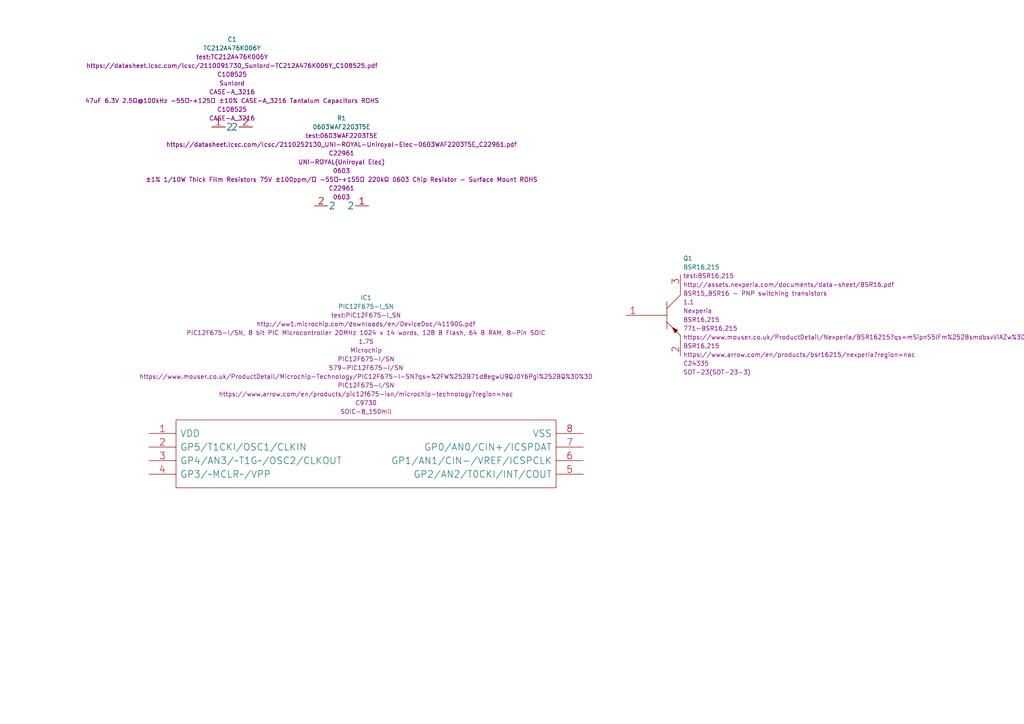
<source format=kicad_sch>
(kicad_sch (version 20211123) (generator eeschema)
  (paper "A4")
  (lib_symbols
    (symbol "test:0603WAF2203T5E" (pin_names (offset 0.1969))
      (property "Reference" "R" (at 0 3.937 0))
      (property "Value" "0603WAF2203T5E" (at 0 -3.937 0))
      (property "Footprint" "test:0603WAF2203T5E" (at 0 3.937 9))
      (property "Datasheet" "https://datasheet.lcsc.com/lcsc/2110252130_UNI-ROYAL-Uniroyal-Elec-0603WAF2203T5E_C22961.pdf" (at 0 3.937 9))
      (property "LCSC Part Number" "C22961" (at 0 3.937 9))
      (property "Manufacturer" "UNI-ROYAL(Uniroyal Elec)" (at 0 3.937 9))
      (property "Package" "0603" (at 0 3.937 9))
      (property "Description" "±1% 1/10W Thick Film Resistors 75V ±100ppm/℃ -55℃~+155℃ 220kΩ 0603 Chip Resistor - Surface Mount ROHS" (at 0 3.937 9))
      (property "LCSC Part Number_1" "C22961" (at 120.0787 -27.5591 0))
      (property "Package_1" "0603" (at 120.0787 -27.5591 9))
      (symbol "0603WAF2203T5E_1_1"
        (pin unspecified line (at 7.874 0 180) (length 3.937) (name "2") (number "1"))
        (pin unspecified line (at -7.874 0 0) (length 3.937) (name "2") (number "2"))
      )
    )
    (symbol "test:BSR16,215" (pin_names (offset 1.1811))
      (property "Reference" "Q" (at 21.6535 1.9685 0))
      (property "Value" "BSR16,215" (at 21.6535 -1.9685 0))
      (property "Footprint" "test:BSR16,215" (at 21.6535 -5.9055 0))
      (property "Datasheet" "http://assets.nexperia.com/documents/data-sheet/BSR16.pdf" (at 21.6535 -9.8425 0))
      (property "Description" "BSR15_BSR16 - PNP switching transistors" (at 21.6535 -13.7795 0))
      (property "Height" "1.1" (at 21.6535 -17.7165 0))
      (property "Manufacturer_Name" "Nexperia" (at 21.6535 -21.6535 0))
      (property "Manufacturer_Part_Number" "BSR16,215" (at 21.6535 -25.5906 0))
      (property "Mouser Part Number" "771-BSR16,215" (at 21.6535 -29.5276 0))
      (property "Mouser Price/Stock" "https://www.mouser.co.uk/ProductDetail/Nexperia/BSR16215?qs=mSipnS5lFm%252BsmdbsvViAZw%3D%3D" (at 21.6535 -33.4646 0))
      (property "Arrow Part Number" "BSR16,215" (at 21.6535 -37.4016 0))
      (property "Arrow Price/Stock" "https://www.arrow.com/en/products/bsr16215/nexperia?region=nac" (at 21.6535 -41.3386 0))
      (property "LCSC Part Number" "C24335" (at 120.0787 -27.5591 0))
      (property "Package" "SOT-23(SOT-23-3)" (at 120.0787 -27.5591 9))
      (symbol "BSR16,215_0_0"
        (pin passive line (at 0 0 0) (length 3.937) (name "~") (number "1"))
        (pin passive line (at 15.748 -11.811 90) (length 3.937) (name "~") (number "2"))
        (pin passive line (at 15.748 11.811 270) (length 3.937) (name "~") (number "3"))
      )
      (symbol "BSR16,215_0_1"
        (polyline (pts (xy 3.937 0) (xy 11.811 0)))
        (polyline (pts (xy 11.811 -1.9685) (xy 15.748 -5.9055)))
        (polyline (pts (xy 11.811 1.9685) (xy 15.748 5.9055)))
        (polyline (pts (xy 11.811 3.937) (xy 11.811 -3.937)))
        (polyline (pts (xy 15.748 -5.9055) (xy 15.748 -7.874)))
        (polyline (pts (xy 15.748 5.9055) (xy 15.748 7.874)))
        (polyline (pts (xy 14.9606 -4.3307) (xy 14.1732 -5.1181) (xy 13.3858 -3.5433) (xy 14.9606 -4.3307)) (fill (type outline)))
      )
    )
    (symbol "test:PIC12F675-I_SN" (pin_names (offset 1.1811))
      (property "Reference" "IC" (at 120.0787 11.811 0))
      (property "Value" "PIC12F675-I_SN" (at 120.0787 7.874 0))
      (property "Footprint" "test:PIC12F675-I_SN" (at 120.0787 3.937 0))
      (property "Datasheet" "http://ww1.microchip.com/downloads/en/DeviceDoc/41190G.pdf" (at 120.0787 0 0))
      (property "Description" "PIC12F675-I/SN, 8 bit PIC Microcontroller 20MHz 1024 x 14 words, 128 B Flash, 64 B RAM, 8-Pin SOIC" (at 120.0787 -3.937 0))
      (property "Height" "1.75" (at 120.0787 -7.874 0))
      (property "Manufacturer_Name" "Microchip" (at 120.0787 -11.811 0))
      (property "Manufacturer_Part_Number" "PIC12F675-I/SN" (at 120.0787 -15.748 0))
      (property "Mouser Part Number" "579-PIC12F675-I/SN" (at 120.0787 -19.685 0))
      (property "Mouser Price/Stock" "https://www.mouser.co.uk/ProductDetail/Microchip-Technology/PIC12F675-I-SN?qs=%2FW%252B71d8egwU9QJ0Y6Pgi%252BQ%3D%3D" (at 120.0787 -23.622 0))
      (property "Arrow Part Number" "PIC12F675-I/SN" (at 120.0787 -27.5591 0))
      (property "Arrow Price/Stock" "https://www.arrow.com/en/products/pic12f675-isn/microchip-technology?region=nac" (at 120.0787 -31.4961 0))
      (property "LCSC Part Number" "C9730" (at 120.0787 -27.5591 0))
      (property "Package" "SOIC-8_150mil" (at 120.0787 -27.5591 9))
      (symbol "PIC12F675-I_SN_0_0"
        (pin passive line (at 0 0 0) (length 7.874) (name "VDD") (number "1"))
        (pin passive line (at 0 -3.937 0) (length 7.874) (name "GP5/T1CKI/OSC1/CLKIN") (number "2"))
        (pin passive line (at 0 -7.874 0) (length 7.874) (name "GP4/AN3/~T1G~/OSC2/CLKOUT") (number "3"))
        (pin passive line (at 0 -11.811 0) (length 7.874) (name "GP3/~MCLR~/VPP") (number "4"))
        (pin passive line (at 125.9843 -11.811 180) (length 7.874) (name "GP2/AN2/T0CKI/INT/COUT") (number "5"))
        (pin passive line (at 125.9843 -7.874 180) (length 7.874) (name "GP1/AN1/CIN-/VREF/ICSPCLK") (number "6"))
        (pin passive line (at 125.9843 -3.937 180) (length 7.874) (name "GP0/AN0/CIN+/ICSPDAT") (number "7"))
        (pin passive line (at 125.9843 0 180) (length 7.874) (name "VSS") (number "8"))
      )
      (symbol "PIC12F675-I_SN_0_1"
        (polyline (pts (xy 7.874 3.937) (xy 118.1102 3.937) (xy 118.1102 -15.748) (xy 7.874 -15.748) (xy 7.874 3.937)))
      )
    )
    (symbol "test:TC212A476K006Y" (pin_names (offset 0.1969))
      (property "Reference" "C" (at 0 3.937 0))
      (property "Value" "TC212A476K006Y" (at 0 -3.937 0))
      (property "Footprint" "test:TC212A476K006Y" (at 0 3.937 9))
      (property "Datasheet" "https://datasheet.lcsc.com/lcsc/2110091730_Sunlord-TC212A476K006Y_C108525.pdf" (at 0 3.937 9))
      (property "LCSC Part Number" "C108525" (at 0 3.937 9))
      (property "Manufacturer" "Sunlord" (at 0 3.937 9))
      (property "Package" "CASE-A_3216" (at 0 3.937 9))
      (property "Description" "47uF 6.3V 2.5Ω@100kHz -55℃~+125℃ ±10% CASE-A_3216 Tantalum Capacitors ROHS" (at 0 3.937 9))
      (property "LCSC Part Number_1" "C108525" (at 120.0787 -27.5591 0))
      (property "Package_1" "CASE-A_3216" (at 120.0787 -27.5591 9))
      (symbol "TC212A476K006Y_1_1"
        (pin unspecified line (at -5.9055 0 0) (length 3.937) (name "2") (number "1"))
        (pin unspecified line (at 5.9055 0 180) (length 3.937) (name "2") (number "2"))
      )
    )
  )
  (symbol (lib_id "test:PIC12F675-I_SN") (at 43.18 125.73 0) (unit 1)
    (property "Reference" "IC1" (at 106.1721 86.36 0))
    (property "Value" "PIC12F675-I_SN" (at 106.1721 88.9 0))
    (property "Footprint" "test:PIC12F675-I_SN" (at 106.1721 91.44 0))
    (property "Datasheet" "http://ww1.microchip.com/downloads/en/DeviceDoc/41190G.pdf" (at 106.1721 93.98 0))
    (property "Description" "PIC12F675-I/SN, 8 bit PIC Microcontroller 20MHz 1024 x 14 words, 128 B Flash, 64 B RAM, 8-Pin SOIC" (at 106.1721 96.52 0))
    (property "Height" "1.75" (at 106.1721 99.06 0))
    (property "Manufacturer_Name" "Microchip" (at 106.1721 101.6 0))
    (property "Manufacturer_Part_Number" "PIC12F675-I/SN" (at 106.1721 104.14 0))
    (property "Mouser Part Number" "579-PIC12F675-I/SN" (at 106.1721 106.68 0))
    (property "Mouser Price/Stock" "https://www.mouser.co.uk/ProductDetail/Microchip-Technology/PIC12F675-I-SN?qs=%2FW%252B71d8egwU9QJ0Y6Pgi%252BQ%3D%3D" (at 106.1721 109.22 0))
    (property "Arrow Part Number" "PIC12F675-I/SN" (at 106.1721 111.76 0))
    (property "Arrow Price/Stock" "https://www.arrow.com/en/products/pic12f675-isn/microchip-technology?region=nac" (at 106.1721 114.3 0))
    (property "LCSC Part Number" "C9730" (at 106.1721 116.84 0))
    (property "Package" "SOIC-8_150mil" (at 106.1721 119.38 0))
  )
  (symbol (lib_id "test:TC212A476K006Y") (at 67.31 36.83 0) (unit 1)
    (property "Reference" "C1" (at 67.31 11.43 0))
    (property "Value" "TC212A476K006Y" (at 67.31 13.97 0))
    (property "Footprint" "test:TC212A476K006Y" (at 67.31 16.51 0))
    (property "Datasheet" "https://datasheet.lcsc.com/lcsc/2110091730_Sunlord-TC212A476K006Y_C108525.pdf" (at 67.31 19.05 0))
    (property "LCSC Part Number" "C108525" (at 67.31 21.59 0))
    (property "Manufacturer" "Sunlord" (at 67.31 24.13 0))
    (property "Package" "CASE-A_3216" (at 67.31 26.67 0))
    (property "Description" "47uF 6.3V 2.5Ω@100kHz -55℃~+125℃ ±10% CASE-A_3216 Tantalum Capacitors ROHS" (at 67.31 29.21 0))
    (property "LCSC Part Number_1" "C108525" (at 67.31 31.75 0))
    (property "Package_1" "CASE-A_3216" (at 67.31 34.29 0))
  )
  (symbol (lib_id "test:BSR16,215") (at 181.61 91.44 0) (unit 1)
    (property "Reference" "Q1" (at 198.12 74.9299 0) (effects (justify left)))
    (property "Value" "BSR16,215" (at 198.12 77.4699 0) (effects (justify left)))
    (property "Footprint" "test:BSR16,215" (at 198.12 80.0099 0) (effects (justify left)))
    (property "Datasheet" "http://assets.nexperia.com/documents/data-sheet/BSR16.pdf" (at 198.12 82.5499 0) (effects (justify left)))
    (property "Description" "BSR15_BSR16 - PNP switching transistors" (at 198.12 85.0899 0) (effects (justify left)))
    (property "Height" "1.1" (at 198.12 87.6299 0) (effects (justify left)))
    (property "Manufacturer_Name" "Nexperia" (at 198.12 90.1699 0) (effects (justify left)))
    (property "Manufacturer_Part_Number" "BSR16,215" (at 198.12 92.7099 0) (effects (justify left)))
    (property "Mouser Part Number" "771-BSR16,215" (at 198.12 95.2499 0) (effects (justify left)))
    (property "Mouser Price/Stock" "https://www.mouser.co.uk/ProductDetail/Nexperia/BSR16215?qs=mSipnS5lFm%252BsmdbsvViAZw%3D%3D" (at 198.12 97.7899 0) (effects (justify left)))
    (property "Arrow Part Number" "BSR16,215" (at 198.12 100.3299 0) (effects (justify left)))
    (property "Arrow Price/Stock" "https://www.arrow.com/en/products/bsr16215/nexperia?region=nac" (at 198.12 102.8699 0) (effects (justify left)))
    (property "LCSC Part Number" "C24335" (at 198.12 105.4099 0) (effects (justify left)))
    (property "Package" "SOT-23(SOT-23-3)" (at 198.12 107.9499 0) (effects (justify left)))
  )
  (symbol (lib_id "test:0603WAF2203T5E") (at 99.06 59.69 0) (unit 1)
    (property "Reference" "R1" (at 99.06 34.29 0))
    (property "Value" "0603WAF2203T5E" (at 99.06 36.83 0))
    (property "Footprint" "test:0603WAF2203T5E" (at 99.06 39.37 0))
    (property "Datasheet" "https://datasheet.lcsc.com/lcsc/2110252130_UNI-ROYAL-Uniroyal-Elec-0603WAF2203T5E_C22961.pdf" (at 99.06 41.91 0))
    (property "LCSC Part Number" "C22961" (at 99.06 44.45 0))
    (property "Manufacturer" "UNI-ROYAL(Uniroyal Elec)" (at 99.06 46.99 0))
    (property "Package" "0603" (at 99.06 49.53 0))
    (property "Description" "±1% 1/10W Thick Film Resistors 75V ±100ppm/℃ -55℃~+155℃ 220kΩ 0603 Chip Resistor - Surface Mount ROHS" (at 99.06 52.07 0))
    (property "LCSC Part Number_1" "C22961" (at 99.06 54.61 0))
    (property "Package_1" "0603" (at 99.06 57.15 0))
  )
)
</source>
